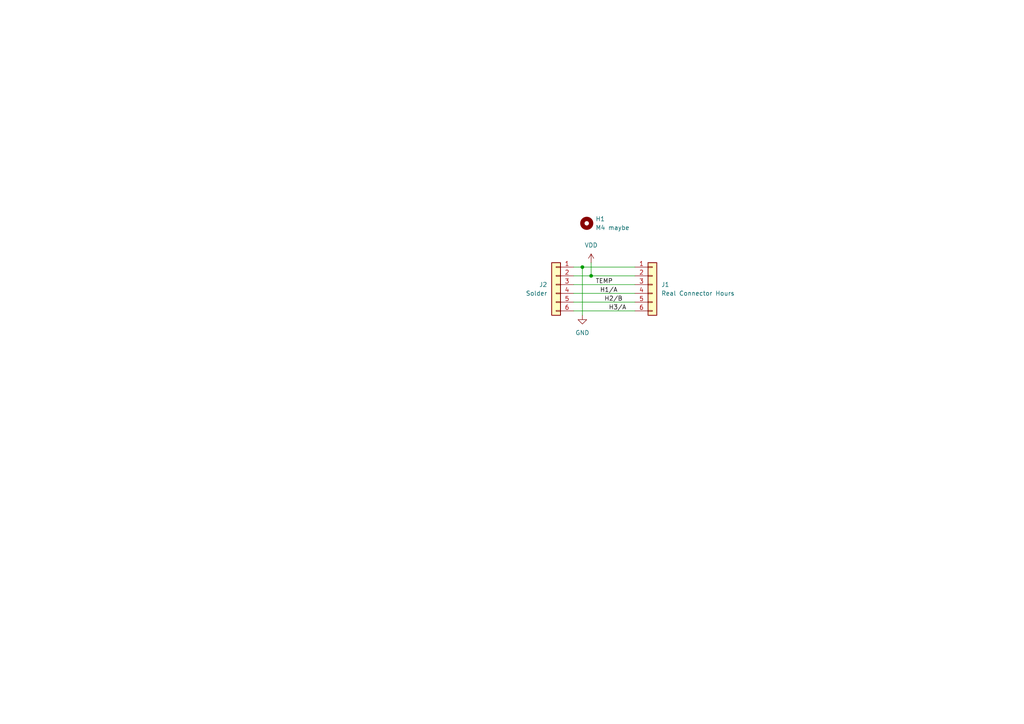
<source format=kicad_sch>
(kicad_sch (version 20250114) (generator "eeschema") (generator_version "9.0")
  (paper "A4")
  (lib_symbols
    (symbol "Connector_Generic:Conn_01x06" (pin_names (offset 1.016) (hide yes))
      (property "Reference" "J" (at 0 7.62 0))
      (property "Value" "Conn_01x06" (at 0 -10.16 0))
      (symbol "Conn_01x06_1_1"
        (rectangle (start -1.27 6.35) (end 1.27 -8.89) (stroke (width 0.254)) (fill (type background)))
        (rectangle (start -1.27 5.207) (end 0 4.953) (stroke (width 0.1524)))
        (rectangle (start -1.27 2.667) (end 0 2.413) (stroke (width 0.1524)))
        (rectangle (start -1.27 0.127) (end 0 -0.127) (stroke (width 0.1524)))
        (rectangle (start -1.27 -2.413) (end 0 -2.667) (stroke (width 0.1524)))
        (rectangle (start -1.27 -4.953) (end 0 -5.207) (stroke (width 0.1524)))
        (rectangle (start -1.27 -7.493) (end 0 -7.747) (stroke (width 0.1524)))
        (pin passive line (at -5.08 5.08 0) (length 3.81) (name "Pin_1") (number "1"))
        (pin passive line (at -5.08 2.54 0) (length 3.81) (name "Pin_2") (number "2"))
        (pin passive line (at -5.08 0 0) (length 3.81) (name "Pin_3") (number "3"))
        (pin passive line (at -5.08 -2.54 0) (length 3.81) (name "Pin_4") (number "4"))
        (pin passive line (at -5.08 -5.08 0) (length 3.81) (name "Pin_5") (number "5"))
        (pin passive line (at -5.08 -7.62 0) (length 3.81) (name "Pin_6") (number "6"))
      )
    )
    (symbol "Mechanical:MountingHole" (pin_names (offset 1.016)) (in_bom no)
      (property "Reference" "H" (at 0 5.08 0))
      (property "Value" "MountingHole" (at 0 3.175 0))
      (symbol "MountingHole_0_1"
        (circle (center 0 0) (radius 1.27) (stroke (width 1.27)))
      )
    )
    (symbol "power:GND" (power) (pin_numbers (hide yes)) (pin_names (offset 0) (hide yes))
      (property "Value" "GND" (at 0 -3.81 0))
      (symbol "GND_0_1"
        (polyline (pts (xy 0 0) (xy 0 -1.27) (xy 1.27 -1.27) (xy 0 -2.54) (xy -1.27 -1.27) (xy 0 -1.27)))
      )
      (symbol "GND_1_1"
        (pin power_in line (at 0 0 270) (length 0) (name "~") (number "1"))
      )
    )
    (symbol "power:VDD" (power) (pin_numbers (hide yes)) (pin_names (offset 0) (hide yes))
      (property "Value" "VDD" (at 0 3.556 0))
      (symbol "VDD_0_1"
        (polyline (pts (xy -0.762 1.27) (xy 0 2.54)))
        (polyline (pts (xy 0 2.54) (xy 0.762 1.27)))
        (polyline (pts (xy 0 0) (xy 0 2.54)))
      )
      (symbol "VDD_1_1"
        (pin power_in line (at 0 0 90) (length 0) (name "~") (number "1"))
      )
    )
  )
  (junction (at 171.45 80.01))
  (junction (at 168.91 77.47))
  (wire (pts (xy 168.91 77.47) (xy 168.91 91.44)))
  (wire (pts (xy 166.37 85.09) (xy 184.15 85.09)))
  (wire (pts (xy 166.37 82.55) (xy 184.15 82.55)))
  (wire (pts (xy 166.37 90.17) (xy 184.15 90.17)))
  (wire (pts (xy 171.45 80.01) (xy 184.15 80.01)))
  (wire (pts (xy 168.91 77.47) (xy 184.15 77.47)))
  (wire (pts (xy 166.37 80.01) (xy 171.45 80.01)))
  (wire (pts (xy 171.45 76.2) (xy 171.45 80.01)))
  (wire (pts (xy 166.37 87.63) (xy 184.15 87.63)))
  (wire (pts (xy 166.37 77.47) (xy 168.91 77.47)))
  (label "H3{slash}A" (at 176.53 90.17 0))
  (label "H1{slash}A" (at 173.99 85.09 0))
  (label "H2{slash}B" (at 175.26 87.63 0))
  (label "TEMP" (at 172.72 82.55 0))
  (symbol (lib_id "Connector_Generic:Conn_01x06") (at 189.23 82.55 0) (unit 1)
    (property "Reference" "J1" (at 191.77 82.5499 0) (effects (justify left)))
    (property "Value" "Real Connector Hours" (at 191.77 85.0899 0) (effects (justify left)))
    (property "Footprint" "Bluesat:SM06B-PASS" (effects (hide yes)))
    (property "Description" "Generic connector, single row, 01x06, script generated (kicad-library-utils/schlib/autogen/connector/)" (effects (hide yes)))
  )
  (symbol (lib_id "power:VDD") (at 171.45 76.2 0) (unit 1)
    (property "Reference" "#PWR02" (effects (hide yes)))
    (property "Value" "VDD" (at 171.45 71.12 0))
    (property "Description" "Power symbol creates a global label with name \"VDD\"" (effects (hide yes)))
  )
  (symbol (lib_id "Connector_Generic:Conn_01x06") (at 161.29 82.55 0) (mirror y) (unit 1)
    (property "Reference" "J2" (at 158.75 82.5499 0) (effects (justify left)))
    (property "Value" "Solder" (at 158.75 85.0899 0) (effects (justify left)))
    (property "Footprint" "Connector_Wire:SolderWire-0.25sqmm_1x06_P4.2mm_D0.65mm_OD1.7mm" (effects (hide yes)))
    (property "Description" "Generic connector, single row, 01x06, script generated (kicad-library-utils/schlib/autogen/connector/)" (effects (hide yes)))
  )
  (symbol (lib_id "Mechanical:MountingHole") (at 170.18 64.77 0) (unit 1) (in_bom no)
    (property "Reference" "H1" (at 172.72 63.4999 0) (effects (justify left)))
    (property "Value" "M4 maybe" (at 172.72 66.0399 0) (effects (justify left)))
    (property "Footprint" "MountingHole:MountingHole_4.3mm_M4" (effects (hide yes)))
    (property "Description" "Mounting Hole without connection" (effects (hide yes)))
  )
  (symbol (lib_id "power:GND") (at 168.91 91.44 0) (unit 1)
    (property "Reference" "#PWR01" (effects (hide yes)))
    (property "Value" "GND" (at 168.91 96.52 0))
    (property "Description" "Power symbol creates a global label with name \"GND\" , ground" (effects (hide yes)))
  )
)
</source>
